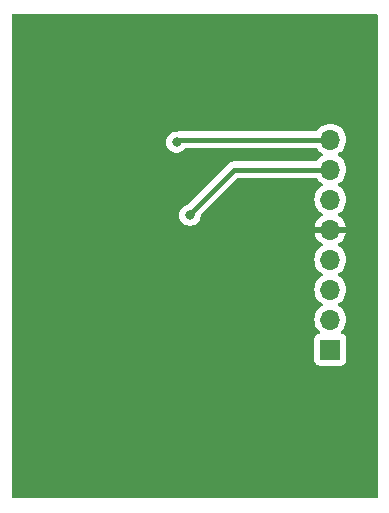
<source format=gbr>
%TF.GenerationSoftware,KiCad,Pcbnew,8.0.2*%
%TF.CreationDate,2024-06-02T19:24:52+02:00*%
%TF.ProjectId,top_led_btn_2MU_TOP,746f705f-6c65-4645-9f62-746e5f324d55,rev?*%
%TF.SameCoordinates,Original*%
%TF.FileFunction,Copper,L2,Bot*%
%TF.FilePolarity,Positive*%
%FSLAX46Y46*%
G04 Gerber Fmt 4.6, Leading zero omitted, Abs format (unit mm)*
G04 Created by KiCad (PCBNEW 8.0.2) date 2024-06-02 19:24:52*
%MOMM*%
%LPD*%
G01*
G04 APERTURE LIST*
%TA.AperFunction,ComponentPad*%
%ADD10R,1.700000X1.700000*%
%TD*%
%TA.AperFunction,ComponentPad*%
%ADD11O,1.700000X1.700000*%
%TD*%
%TA.AperFunction,ViaPad*%
%ADD12C,0.800000*%
%TD*%
%TA.AperFunction,Conductor*%
%ADD13C,0.400000*%
%TD*%
G04 APERTURE END LIST*
D10*
%TO.P,J2,1,Pin_1*%
%TO.N,Net-(D3-K)*%
X126542800Y-102560000D03*
D11*
%TO.P,J2,2,Pin_2*%
%TO.N,Net-(D2-K)*%
X126542800Y-100020000D03*
%TO.P,J2,3,Pin_3*%
%TO.N,Net-(J2-Pin_3)*%
X126542800Y-97480000D03*
%TO.P,J2,4,Pin_4*%
%TO.N,Net-(J2-Pin_4)*%
X126542800Y-94940000D03*
%TO.P,J2,5,Pin_5*%
%TO.N,GND*%
X126542800Y-92400000D03*
%TO.P,J2,6,Pin_6*%
%TO.N,Net-(J2-Pin_6)*%
X126542800Y-89860000D03*
%TO.P,J2,7,Pin_7*%
%TO.N,+3V3*%
X126542800Y-87320000D03*
%TO.P,J2,8,Pin_8*%
%TO.N,Net-(D1-K)*%
X126542800Y-84780000D03*
%TD*%
D12*
%TO.N,Net-(D1-K)*%
X113538000Y-85000000D03*
%TO.N,GND*%
X128016000Y-110490000D03*
X115316000Y-110998000D03*
X102362000Y-107696000D03*
X121412000Y-82296000D03*
X115824000Y-81280000D03*
X128778000Y-78232000D03*
X102870000Y-82804000D03*
X117094000Y-96012000D03*
X102616000Y-95758000D03*
X115316000Y-103378000D03*
%TO.N,+3V3*%
X114657500Y-91186000D03*
%TD*%
D13*
%TO.N,+3V3*%
X114657500Y-91186000D02*
X114657500Y-91082500D01*
X114657500Y-91082500D02*
X118420000Y-87320000D01*
X118420000Y-87320000D02*
X126542800Y-87320000D01*
%TO.N,Net-(D1-K)*%
X113538000Y-85000000D02*
X113758000Y-84780000D01*
X113758000Y-84780000D02*
X126542800Y-84780000D01*
%TD*%
%TA.AperFunction,Conductor*%
%TO.N,GND*%
G36*
X130502539Y-74180185D02*
G01*
X130548294Y-74232989D01*
X130559500Y-74284500D01*
X130559500Y-115035500D01*
X130539815Y-115102539D01*
X130487011Y-115148294D01*
X130435500Y-115159500D01*
X99684500Y-115159500D01*
X99617461Y-115139815D01*
X99571706Y-115087011D01*
X99560500Y-115035500D01*
X99560500Y-85000000D01*
X112632540Y-85000000D01*
X112652326Y-85188256D01*
X112652327Y-85188259D01*
X112710818Y-85368277D01*
X112710821Y-85368284D01*
X112805467Y-85532216D01*
X112912777Y-85651395D01*
X112932129Y-85672888D01*
X113085265Y-85784148D01*
X113085270Y-85784151D01*
X113258192Y-85861142D01*
X113258197Y-85861144D01*
X113443354Y-85900500D01*
X113443355Y-85900500D01*
X113632644Y-85900500D01*
X113632646Y-85900500D01*
X113817803Y-85861144D01*
X113990730Y-85784151D01*
X114143871Y-85672888D01*
X114270533Y-85532216D01*
X114270536Y-85532209D01*
X114270971Y-85531613D01*
X114271314Y-85531348D01*
X114274881Y-85527387D01*
X114275605Y-85528039D01*
X114326302Y-85488948D01*
X114371288Y-85480500D01*
X125320089Y-85480500D01*
X125387128Y-85500185D01*
X125421664Y-85533377D01*
X125504305Y-85651402D01*
X125671397Y-85818493D01*
X125671403Y-85818498D01*
X125856958Y-85948425D01*
X125900583Y-86003002D01*
X125907777Y-86072500D01*
X125876254Y-86134855D01*
X125856958Y-86151575D01*
X125671397Y-86281505D01*
X125504306Y-86448596D01*
X125421664Y-86566623D01*
X125367087Y-86610248D01*
X125320089Y-86619500D01*
X118351005Y-86619500D01*
X118215677Y-86646418D01*
X118215667Y-86646421D01*
X118088192Y-86699222D01*
X117973454Y-86775887D01*
X114463089Y-90286252D01*
X114401766Y-90319737D01*
X114401194Y-90319860D01*
X114377699Y-90324854D01*
X114377694Y-90324856D01*
X114204770Y-90401848D01*
X114204765Y-90401851D01*
X114051629Y-90513111D01*
X113924966Y-90653785D01*
X113830321Y-90817715D01*
X113830318Y-90817722D01*
X113771827Y-90997740D01*
X113771826Y-90997744D01*
X113752040Y-91186000D01*
X113771826Y-91374256D01*
X113771827Y-91374259D01*
X113830318Y-91554277D01*
X113830321Y-91554284D01*
X113924967Y-91718216D01*
X114051629Y-91858888D01*
X114204765Y-91970148D01*
X114204770Y-91970151D01*
X114377692Y-92047142D01*
X114377697Y-92047144D01*
X114562854Y-92086500D01*
X114562855Y-92086500D01*
X114752144Y-92086500D01*
X114752146Y-92086500D01*
X114937303Y-92047144D01*
X115110230Y-91970151D01*
X115263371Y-91858888D01*
X115390033Y-91718216D01*
X115484679Y-91554284D01*
X115543174Y-91374256D01*
X115560520Y-91209212D01*
X115587103Y-91144601D01*
X115596150Y-91134505D01*
X118673838Y-88056819D01*
X118735161Y-88023334D01*
X118761519Y-88020500D01*
X125320089Y-88020500D01*
X125387128Y-88040185D01*
X125421664Y-88073377D01*
X125504305Y-88191402D01*
X125671397Y-88358493D01*
X125671403Y-88358498D01*
X125856958Y-88488425D01*
X125900583Y-88543002D01*
X125907777Y-88612500D01*
X125876254Y-88674855D01*
X125856958Y-88691575D01*
X125671397Y-88821505D01*
X125504305Y-88988597D01*
X125368765Y-89182169D01*
X125368764Y-89182171D01*
X125268898Y-89396335D01*
X125268894Y-89396344D01*
X125207738Y-89624586D01*
X125207736Y-89624596D01*
X125187141Y-89859999D01*
X125187141Y-89860000D01*
X125207736Y-90095403D01*
X125207738Y-90095413D01*
X125268894Y-90323655D01*
X125268896Y-90323659D01*
X125268897Y-90323663D01*
X125305356Y-90401849D01*
X125368765Y-90537830D01*
X125368767Y-90537834D01*
X125477081Y-90692521D01*
X125504305Y-90731401D01*
X125671399Y-90898495D01*
X125813135Y-90997740D01*
X125857394Y-91028730D01*
X125901019Y-91083307D01*
X125908213Y-91152805D01*
X125876690Y-91215160D01*
X125857395Y-91231880D01*
X125671722Y-91361890D01*
X125671720Y-91361891D01*
X125504691Y-91528920D01*
X125504686Y-91528926D01*
X125369200Y-91722420D01*
X125369199Y-91722422D01*
X125269370Y-91936507D01*
X125269367Y-91936513D01*
X125212164Y-92149999D01*
X125212164Y-92150000D01*
X126109788Y-92150000D01*
X126076875Y-92207007D01*
X126042800Y-92334174D01*
X126042800Y-92465826D01*
X126076875Y-92592993D01*
X126109788Y-92650000D01*
X125212164Y-92650000D01*
X125269367Y-92863486D01*
X125269370Y-92863492D01*
X125369199Y-93077578D01*
X125504694Y-93271082D01*
X125671717Y-93438105D01*
X125857395Y-93568119D01*
X125901019Y-93622696D01*
X125908212Y-93692195D01*
X125876690Y-93754549D01*
X125857395Y-93771269D01*
X125671394Y-93901508D01*
X125504305Y-94068597D01*
X125368765Y-94262169D01*
X125368764Y-94262171D01*
X125268898Y-94476335D01*
X125268894Y-94476344D01*
X125207738Y-94704586D01*
X125207736Y-94704596D01*
X125187141Y-94939999D01*
X125187141Y-94940000D01*
X125207736Y-95175403D01*
X125207738Y-95175413D01*
X125268894Y-95403655D01*
X125268896Y-95403659D01*
X125268897Y-95403663D01*
X125368765Y-95617830D01*
X125368767Y-95617834D01*
X125504301Y-95811395D01*
X125504306Y-95811402D01*
X125671397Y-95978493D01*
X125671403Y-95978498D01*
X125856958Y-96108425D01*
X125900583Y-96163002D01*
X125907777Y-96232500D01*
X125876254Y-96294855D01*
X125856958Y-96311575D01*
X125671397Y-96441505D01*
X125504305Y-96608597D01*
X125368765Y-96802169D01*
X125368764Y-96802171D01*
X125268898Y-97016335D01*
X125268894Y-97016344D01*
X125207738Y-97244586D01*
X125207736Y-97244596D01*
X125187141Y-97479999D01*
X125187141Y-97480000D01*
X125207736Y-97715403D01*
X125207738Y-97715413D01*
X125268894Y-97943655D01*
X125268896Y-97943659D01*
X125268897Y-97943663D01*
X125368765Y-98157830D01*
X125368767Y-98157834D01*
X125504301Y-98351395D01*
X125504306Y-98351402D01*
X125671397Y-98518493D01*
X125671403Y-98518498D01*
X125856958Y-98648425D01*
X125900583Y-98703002D01*
X125907777Y-98772500D01*
X125876254Y-98834855D01*
X125856958Y-98851575D01*
X125671397Y-98981505D01*
X125504305Y-99148597D01*
X125368765Y-99342169D01*
X125368764Y-99342171D01*
X125268898Y-99556335D01*
X125268894Y-99556344D01*
X125207738Y-99784586D01*
X125207736Y-99784596D01*
X125187141Y-100019999D01*
X125187141Y-100020000D01*
X125207736Y-100255403D01*
X125207738Y-100255413D01*
X125268894Y-100483655D01*
X125268896Y-100483659D01*
X125268897Y-100483663D01*
X125368765Y-100697830D01*
X125368767Y-100697834D01*
X125477081Y-100852521D01*
X125504301Y-100891396D01*
X125504306Y-100891402D01*
X125626230Y-101013326D01*
X125659715Y-101074649D01*
X125654731Y-101144341D01*
X125612859Y-101200274D01*
X125581883Y-101217189D01*
X125450469Y-101266203D01*
X125450464Y-101266206D01*
X125335255Y-101352452D01*
X125335252Y-101352455D01*
X125249006Y-101467664D01*
X125249002Y-101467671D01*
X125198708Y-101602517D01*
X125192301Y-101662116D01*
X125192301Y-101662123D01*
X125192300Y-101662135D01*
X125192300Y-103457870D01*
X125192301Y-103457876D01*
X125198708Y-103517483D01*
X125249002Y-103652328D01*
X125249006Y-103652335D01*
X125335252Y-103767544D01*
X125335255Y-103767547D01*
X125450464Y-103853793D01*
X125450471Y-103853797D01*
X125585317Y-103904091D01*
X125585316Y-103904091D01*
X125592244Y-103904835D01*
X125644927Y-103910500D01*
X127440672Y-103910499D01*
X127500283Y-103904091D01*
X127635131Y-103853796D01*
X127750346Y-103767546D01*
X127836596Y-103652331D01*
X127886891Y-103517483D01*
X127893300Y-103457873D01*
X127893299Y-101662128D01*
X127886891Y-101602517D01*
X127836596Y-101467669D01*
X127836595Y-101467668D01*
X127836593Y-101467664D01*
X127750347Y-101352455D01*
X127750344Y-101352452D01*
X127635135Y-101266206D01*
X127635128Y-101266202D01*
X127503717Y-101217189D01*
X127447783Y-101175318D01*
X127423366Y-101109853D01*
X127438218Y-101041580D01*
X127459363Y-101013332D01*
X127581295Y-100891401D01*
X127716835Y-100697830D01*
X127816703Y-100483663D01*
X127877863Y-100255408D01*
X127898459Y-100020000D01*
X127877863Y-99784592D01*
X127816703Y-99556337D01*
X127716835Y-99342171D01*
X127581295Y-99148599D01*
X127581294Y-99148597D01*
X127414202Y-98981506D01*
X127414196Y-98981501D01*
X127228642Y-98851575D01*
X127185017Y-98796998D01*
X127177823Y-98727500D01*
X127209346Y-98665145D01*
X127228642Y-98648425D01*
X127250826Y-98632891D01*
X127414201Y-98518495D01*
X127581295Y-98351401D01*
X127716835Y-98157830D01*
X127816703Y-97943663D01*
X127877863Y-97715408D01*
X127898459Y-97480000D01*
X127877863Y-97244592D01*
X127816703Y-97016337D01*
X127716835Y-96802171D01*
X127581295Y-96608599D01*
X127581294Y-96608597D01*
X127414202Y-96441506D01*
X127414196Y-96441501D01*
X127228642Y-96311575D01*
X127185017Y-96256998D01*
X127177823Y-96187500D01*
X127209346Y-96125145D01*
X127228642Y-96108425D01*
X127250826Y-96092891D01*
X127414201Y-95978495D01*
X127581295Y-95811401D01*
X127716835Y-95617830D01*
X127816703Y-95403663D01*
X127877863Y-95175408D01*
X127898459Y-94940000D01*
X127877863Y-94704592D01*
X127816703Y-94476337D01*
X127716835Y-94262171D01*
X127581295Y-94068599D01*
X127581294Y-94068597D01*
X127414202Y-93901506D01*
X127414201Y-93901505D01*
X127228205Y-93771269D01*
X127184581Y-93716692D01*
X127177388Y-93647193D01*
X127208910Y-93584839D01*
X127228205Y-93568119D01*
X127413882Y-93438105D01*
X127580905Y-93271082D01*
X127716400Y-93077578D01*
X127816229Y-92863492D01*
X127816232Y-92863486D01*
X127873436Y-92650000D01*
X126975812Y-92650000D01*
X127008725Y-92592993D01*
X127042800Y-92465826D01*
X127042800Y-92334174D01*
X127008725Y-92207007D01*
X126975812Y-92150000D01*
X127873436Y-92150000D01*
X127873435Y-92149999D01*
X127816232Y-91936513D01*
X127816229Y-91936507D01*
X127716400Y-91722422D01*
X127716399Y-91722420D01*
X127580913Y-91528926D01*
X127580908Y-91528920D01*
X127413878Y-91361890D01*
X127228205Y-91231879D01*
X127184580Y-91177302D01*
X127177388Y-91107804D01*
X127208910Y-91045449D01*
X127228206Y-91028730D01*
X127414201Y-90898495D01*
X127581295Y-90731401D01*
X127716835Y-90537830D01*
X127816703Y-90323663D01*
X127877863Y-90095408D01*
X127898459Y-89860000D01*
X127877863Y-89624592D01*
X127816703Y-89396337D01*
X127716835Y-89182171D01*
X127581295Y-88988599D01*
X127581294Y-88988597D01*
X127414202Y-88821506D01*
X127414196Y-88821501D01*
X127228642Y-88691575D01*
X127185017Y-88636998D01*
X127177823Y-88567500D01*
X127209346Y-88505145D01*
X127228642Y-88488425D01*
X127250826Y-88472891D01*
X127414201Y-88358495D01*
X127581295Y-88191401D01*
X127716835Y-87997830D01*
X127816703Y-87783663D01*
X127877863Y-87555408D01*
X127898459Y-87320000D01*
X127877863Y-87084592D01*
X127816703Y-86856337D01*
X127716835Y-86642171D01*
X127694483Y-86610248D01*
X127581294Y-86448597D01*
X127414202Y-86281506D01*
X127414196Y-86281501D01*
X127228642Y-86151575D01*
X127185017Y-86096998D01*
X127177823Y-86027500D01*
X127209346Y-85965145D01*
X127228642Y-85948425D01*
X127353292Y-85861144D01*
X127414201Y-85818495D01*
X127581295Y-85651401D01*
X127716835Y-85457830D01*
X127816703Y-85243663D01*
X127877863Y-85015408D01*
X127898459Y-84780000D01*
X127877863Y-84544592D01*
X127816703Y-84316337D01*
X127716835Y-84102171D01*
X127713297Y-84097117D01*
X127581294Y-83908597D01*
X127414202Y-83741506D01*
X127414195Y-83741501D01*
X127220634Y-83605967D01*
X127220630Y-83605965D01*
X127220628Y-83605964D01*
X127006463Y-83506097D01*
X127006459Y-83506096D01*
X127006455Y-83506094D01*
X126778213Y-83444938D01*
X126778203Y-83444936D01*
X126542801Y-83424341D01*
X126542799Y-83424341D01*
X126307396Y-83444936D01*
X126307386Y-83444938D01*
X126079144Y-83506094D01*
X126079135Y-83506098D01*
X125864971Y-83605964D01*
X125864969Y-83605965D01*
X125671397Y-83741505D01*
X125504306Y-83908596D01*
X125421664Y-84026623D01*
X125367087Y-84070248D01*
X125320089Y-84079500D01*
X113689004Y-84079500D01*
X113600441Y-84097117D01*
X113576249Y-84099500D01*
X113443354Y-84099500D01*
X113430788Y-84102171D01*
X113258197Y-84138855D01*
X113258192Y-84138857D01*
X113085270Y-84215848D01*
X113085265Y-84215851D01*
X112932129Y-84327111D01*
X112805466Y-84467785D01*
X112710821Y-84631715D01*
X112710818Y-84631722D01*
X112662640Y-84780000D01*
X112652326Y-84811744D01*
X112632540Y-85000000D01*
X99560500Y-85000000D01*
X99560500Y-74284500D01*
X99580185Y-74217461D01*
X99632989Y-74171706D01*
X99684500Y-74160500D01*
X130435500Y-74160500D01*
X130502539Y-74180185D01*
G37*
%TD.AperFunction*%
%TD*%
M02*

</source>
